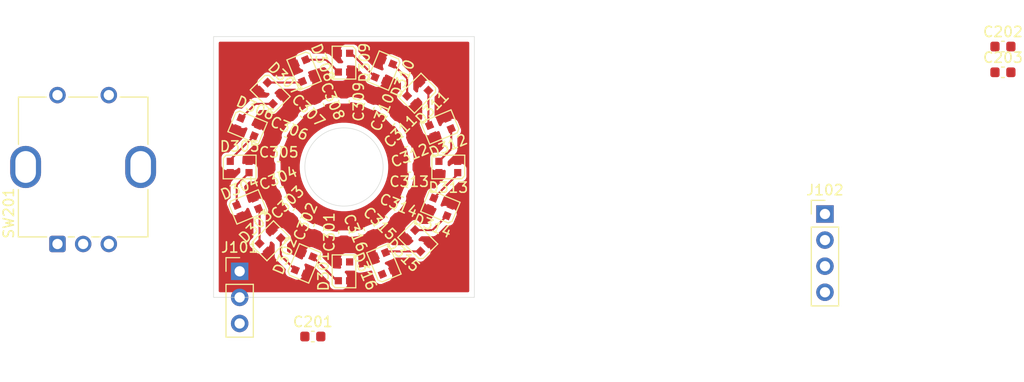
<source format=kicad_pcb>
(kicad_pcb (version 20241229) (generator "pcbnew") (generator_version "9.0")
  (layers (0 "F.Cu" signal) (2 "B.Cu" signal) (13 "F.Paste" user) (15 "B.Paste" user) (5 "F.SilkS" user "F.Silkscreen") (7 "B.SilkS" user "B.Silkscreen") (1 "F.Mask" user) (3 "B.Mask" user) (25 "Edge.Cuts" user))
  (net 0 "")
  (net 1 "/encoder/A")
  (net 2 "GND")
  (net 3 "/encoder/B")
  (net 4 "/encoder/SW")
  (net 5 "+5V")
  (net 6 "/ledRing/DIN")
  (net 7 "Net-(D301-DOUT)")
  (net 8 "Net-(D302-DOUT)")
  (net 9 "Net-(D303-DOUT)")
  (net 10 "Net-(D304-DOUT)")
  (net 11 "Net-(D305-DOUT)")
  (net 12 "Net-(D306-DOUT)")
  (net 13 "Net-(D307-DOUT)")
  (net 14 "Net-(D308-DOUT)")
  (net 15 "Net-(D309-DOUT)")
  (net 16 "Net-(D310-DOUT)")
  (net 17 "Net-(D311-DOUT)")
  (net 18 "Net-(D312-DOUT)")
  (net 19 "Net-(D313-DOUT)")
  (net 20 "Net-(D314-DOUT)")
  (net 21 "Net-(D315-DOUT)")
  (net 22 "/ledRing/DOUT")
  (footprint "Capacitor_SMD:C_0603_1608Metric" (layer "F.Cu") (at 70.333365 73.769961 -22.5)
    (property "Reference" "C306" (at 0 -1.43 337.5) (layer "F.SilkS"))
    (property "Value" "100n")
    (fp_line (start -0.14058 0.51) (end 0.14058 0.51) (stroke (width 0.12)) (layer "F.SilkS"))
    (fp_line (start -0.14058 -0.51) (end 0.14058 -0.51) (stroke (width 0.12)) (layer "F.SilkS"))
    (pad "1" smd roundrect (at -0.775 0 337.5) (size 0.9 0.95) (layers "F.Cu" "F.Mask" "F.Paste") (net 5 "+5V"))
    (pad "2" smd roundrect (at 0.775 0 337.5) (size 0.9 0.95) (layers "F.Cu" "F.Mask" "F.Paste") (net 2 "GND"))
  )
  (footprint "LED_SMD:LED_WS2812B-2020_PLCC4_2.0x2.0mm" (layer "F.Cu") (at 86.36 76.2 180)
    (property "Reference" "D313" (at 0 -2 180) (layer "F.SilkS"))
    (property "Value" "WS2812B-2020")
    (fp_line (start 1.6 -1.15) (end 1.6 1.15) (stroke (width 0.12)) (layer "F.SilkS"))
    (fp_line (start -1.3 -1.15) (end 1.6 -1.15) (stroke (width 0.12)) (layer "F.SilkS"))
    (fp_line (start -1.3 -1.15) (end -1.6 -0.85) (stroke (width 0.12)) (layer "F.SilkS"))
    (fp_line (start -1.6 1.15) (end 1.6 1.15) (stroke (width 0.12)) (layer "F.SilkS"))
    (fp_line (start -1.6 1.15) (end -1.6 -0.85) (stroke (width 0.12)) (layer "F.SilkS"))
    (pad "1" smd rect (at -0.915 -0.55 180) (size 0.7 0.7) (layers "F.Cu" "F.Mask" "F.Paste") (net 19 "Net-(D313-DOUT)"))
    (pad "2" smd rect (at -0.915 0.55 180) (size 0.7 0.7) (layers "F.Cu" "F.Mask" "F.Paste") (net 2 "GND"))
    (pad "3" smd rect (at 0.915 0.55 180) (size 0.7 0.7) (layers "F.Cu" "F.Mask" "F.Paste") (net 18 "Net-(D312-DOUT)"))
    (pad "4" smd rect (at 0.915 -0.55 180) (size 0.7 0.7) (layers "F.Cu" "F.Mask" "F.Paste") (net 5 "+5V"))
  )
  (footprint "LED_SMD:LED_WS2812B-2020_PLCC4_2.0x2.0mm" (layer "F.Cu") (at 72.311937 85.586616 67.5)
    (property "Reference" "D302" (at 0 -2 67.5) (layer "F.SilkS"))
    (property "Value" "WS2812B-2020")
    (fp_line (start -1.3 -1.15) (end -1.6 -0.85) (stroke (width 0.12)) (layer "F.SilkS"))
    (fp_line (start -1.3 -1.15) (end 1.6 -1.15) (stroke (width 0.12)) (layer "F.SilkS"))
    (fp_line (start 1.6 -1.15) (end 1.6 1.15) (stroke (width 0.12)) (layer "F.SilkS"))
    (fp_line (start -1.6 1.15) (end -1.6 -0.85) (stroke (width 0.12)) (layer "F.SilkS"))
    (fp_line (start -1.6 1.15) (end 1.6 1.15) (stroke (width 0.12)) (layer "F.SilkS"))
    (pad "1" smd rect (at -0.915 -0.55 67.5) (size 0.7 0.7) (layers "F.Cu" "F.Mask" "F.Paste") (net 8 "Net-(D302-DOUT)"))
    (pad "2" smd rect (at -0.915 0.55 67.5) (size 0.7 0.7) (layers "F.Cu" "F.Mask" "F.Paste") (net 2 "GND"))
    (pad "3" smd rect (at 0.915 0.55 67.5) (size 0.7 0.7) (layers "F.Cu" "F.Mask" "F.Paste") (net 7 "Net-(D301-DOUT)"))
    (pad "4" smd rect (at 0.915 -0.55 67.5) (size 0.7 0.7) (layers "F.Cu" "F.Mask" "F.Paste") (net 5 "+5V"))
  )
  (footprint "LED_SMD:LED_WS2812B-2020_PLCC4_2.0x2.0mm" (layer "F.Cu") (at 85.586616 72.311937 -157.5)
    (property "Reference" "D312" (at 0 -2.000001 202.5) (layer "F.SilkS"))
    (property "Value" "WS2812B-2020")
    (fp_line (start 1.6 -1.15) (end 1.600001 1.15) (stroke (width 0.12)) (layer "F.SilkS"))
    (fp_line (start -1.6 1.15) (end 1.600001 1.15) (stroke (width 0.12)) (layer "F.SilkS"))
    (fp_line (start -1.6 1.15) (end -1.6 -0.85) (stroke (width 0.12)) (layer "F.SilkS"))
    (fp_line (start -1.300001 -1.15) (end 1.6 -1.15) (stroke (width 0.12)) (layer "F.SilkS"))
    (fp_line (start -1.300001 -1.15) (end -1.6 -0.85) (stroke (width 0.12)) (layer "F.SilkS"))
    (pad "1" smd rect (at -0.915 -0.549999 202.5) (size 0.7 0.7) (layers "F.Cu" "F.Mask" "F.Paste") (net 18 "Net-(D312-DOUT)"))
    (pad "2" smd rect (at -0.915 0.55 202.5) (size 0.7 0.7) (layers "F.Cu" "F.Mask" "F.Paste") (net 2 "GND"))
    (pad "3" smd rect (at 0.915 0.549999 202.5) (size 0.7 0.7) (layers "F.Cu" "F.Mask" "F.Paste") (net 17 "Net-(D311-DOUT)"))
    (pad "4" smd rect (at 0.915 -0.55 202.5) (size 0.7 0.7) (layers "F.Cu" "F.Mask" "F.Paste") (net 5 "+5V"))
  )
  (footprint "Connector_PinHeader_2.54mm:PinHeader_1x03_P2.54mm_Vertical" (layer "F.Cu") (at 66.04 86.36)
    (property "Reference" "J101" (at 0 -2.33 0) (layer "F.SilkS"))
    (property "Value" "Conn_01x03")
    (fp_line (start -1.33 -1.33) (end 0 -1.33) (stroke (width 0.12)) (layer "F.SilkS"))
    (fp_line (start -1.33 0) (end -1.33 -1.33) (stroke (width 0.12)) (layer "F.SilkS"))
    (fp_line (start -1.33 1.27) (end -1.33 6.41) (stroke (width 0.12)) (layer "F.SilkS"))
    (fp_line (start -1.33 1.27) (end 1.33 1.27) (stroke (width 0.12)) (layer "F.SilkS"))
    (fp_line (start -1.33 6.41) (end 1.33 6.41) (stroke (width 0.12)) (layer "F.SilkS"))
    (fp_line (start 1.33 1.27) (end 1.33 6.41) (stroke (width 0.12)) (layer "F.SilkS"))
    (pad "1" thru_hole rect (at 0 0) (size 1.7 1.7) (drill 1) (layers "*.Cu" "*.Mask") (net 2 "GND"))
    (pad "2" thru_hole oval (at 0 2.54) (size 1.7 1.7) (drill 1) (layers "*.Cu" "*.Mask") (net 6 "/ledRing/DIN"))
    (pad "3" thru_hole oval (at 0 5.08) (size 1.7 1.7) (drill 1) (layers "*.Cu" "*.Mask") (net 5 "+5V"))
  )
  (footprint "LED_SMD:LED_WS2812B-2020_PLCC4_2.0x2.0mm" (layer "F.Cu") (at 83.384204 83.384204 135)
    (property "Reference" "D315" (at -0.000001 -2 135) (layer "F.SilkS"))
    (property "Value" "WS2812B-2020")
    (fp_line (start 1.6 -1.15) (end 1.6 1.15) (stroke (width 0.12)) (layer "F.SilkS"))
    (fp_line (start -1.3 -1.15) (end 1.6 -1.15) (stroke (width 0.12)) (layer "F.SilkS"))
    (fp_line (start -1.3 -1.15) (end -1.6 -0.85) (stroke (width 0.12)) (layer "F.SilkS"))
    (fp_line (start -1.6 1.15) (end 1.6 1.15) (stroke (width 0.12)) (layer "F.SilkS"))
    (fp_line (start -1.6 1.15) (end -1.6 -0.85) (stroke (width 0.12)) (layer "F.SilkS"))
    (pad "1" smd rect (at -0.915 -0.55 135) (size 0.7 0.7) (layers "F.Cu" "F.Mask" "F.Paste") (net 21 "Net-(D315-DOUT)"))
    (pad "2" smd rect (at -0.915 0.55 135) (size 0.7 0.7) (layers "F.Cu" "F.Mask" "F.Paste") (net 2 "GND"))
    (pad "3" smd rect (at 0.915 0.55 135) (size 0.7 0.7) (layers "F.Cu" "F.Mask" "F.Paste") (net 20 "Net-(D314-DOUT)"))
    (pad "4" smd rect (at 0.915 -0.55 135) (size 0.7 0.7) (layers "F.Cu" "F.Mask" "F.Paste") (net 5 "+5V"))
  )
  (footprint "Capacitor_SMD:C_0603_1608Metric" (layer "F.Cu") (at 82.55 76.2 180)
    (property "Reference" "C313" (at 0 -1.43 180) (layer "F.SilkS"))
    (property "Value" "100n")
    (fp_line (start -0.14058 0.51) (end 0.14058 0.51) (stroke (width 0.12)) (layer "F.SilkS"))
    (fp_line (start -0.14058 -0.51) (end 0.14058 -0.51) (stroke (width 0.12)) (layer "F.SilkS"))
    (pad "1" smd roundrect (at -0.775 0 180) (size 0.9 0.95) (layers "F.Cu" "F.Mask" "F.Paste") (net 5 "+5V"))
    (pad "2" smd roundrect (at 0.775 0 180) (size 0.9 0.95) (layers "F.Cu" "F.Mask" "F.Paste") (net 2 "GND"))
  )
  (footprint "LED_SMD:LED_WS2812B-2020_PLCC4_2.0x2.0mm" (layer "F.Cu") (at 69.015796 83.384204 45)
    (property "Reference" "D303" (at 0 -2.000001 45) (layer "F.SilkS"))
    (property "Value" "WS2812B-2020")
    (fp_line (start -1.3 -1.15) (end -1.6 -0.85) (stroke (width 0.12)) (layer "F.SilkS"))
    (fp_line (start -1.3 -1.15) (end 1.6 -1.15) (stroke (width 0.12)) (layer "F.SilkS"))
    (fp_line (start -1.6 1.15) (end -1.6 -0.85) (stroke (width 0.12)) (layer "F.SilkS"))
    (fp_line (start -1.6 1.15) (end 1.6 1.15) (stroke (width 0.12)) (layer "F.SilkS"))
    (fp_line (start 1.6 -1.15) (end 1.6 1.15) (stroke (width 0.12)) (layer "F.SilkS"))
    (pad "1" smd rect (at -0.915 -0.55 45) (size 0.7 0.7) (layers "F.Cu" "F.Mask" "F.Paste") (net 9 "Net-(D303-DOUT)"))
    (pad "2" smd rect (at -0.915 0.55 45) (size 0.7 0.7) (layers "F.Cu" "F.Mask" "F.Paste") (net 2 "GND"))
    (pad "3" smd rect (at 0.915 0.55 45) (size 0.7 0.7) (layers "F.Cu" "F.Mask" "F.Paste") (net 8 "Net-(D302-DOUT)"))
    (pad "4" smd rect (at 0.915 -0.55 45) (size 0.7 0.7) (layers "F.Cu" "F.Mask" "F.Paste") (net 5 "+5V"))
  )
  (footprint "Capacitor_SMD:C_0603_1608Metric" (layer "F.Cu") (at 70.333365 78.630039 22.5)
    (property "Reference" "C304" (at 0 -1.43 22.5) (layer "F.SilkS"))
    (property "Value" "100n")
    (fp_line (start -0.14058 -0.51) (end 0.14058 -0.51) (stroke (width 0.12)) (layer "F.SilkS"))
    (fp_line (start -0.14058 0.51) (end 0.14058 0.51) (stroke (width 0.12)) (layer "F.SilkS"))
    (pad "1" smd roundrect (at -0.775 0 22.5) (size 0.9 0.95) (layers "F.Cu" "F.Mask" "F.Paste") (net 5 "+5V"))
    (pad "2" smd roundrect (at 0.775 0 22.5) (size 0.9 0.95) (layers "F.Cu" "F.Mask" "F.Paste") (net 2 "GND"))
  )
  (footprint "Rotary_Encoder:RotaryEncoder_Bourns_Vertical_PEC12R-3x17F-Sxxxx" (layer "F.Cu") (at 48.3 83.7 90)
    (property "Reference" "SW201" (at 3 -4.75 90) (layer "F.SilkS"))
    (property "Value" "RotaryEncoder_Switch")
    (fp_line (start 0.69 -3.81) (end 5.3 -3.81) (stroke (width 0.12)) (layer "F.SilkS"))
    (fp_line (start 14.31 -3.8) (end 14.31 -1.1) (stroke (width 0.12)) (layer "F.SilkS"))
    (fp_line (start 9.7 -3.8) (end 14.31 -3.8) (stroke (width 0.12)) (layer "F.SilkS"))
    (fp_line (start 0.69 -1.05) (end 0.69 -3.81) (stroke (width 0.12)) (layer "F.SilkS"))
    (fp_line (start 0.69 1.05) (end 0.69 1.65) (stroke (width 0.12)) (layer "F.SilkS"))
    (fp_line (start 14.31 1.1) (end 14.31 3.9) (stroke (width 0.12)) (layer "F.SilkS"))
    (fp_line (start 0.69 3.35) (end 0.69 4.15) (stroke (width 0.12)) (layer "F.SilkS"))
    (fp_line (start 0.69 5.85) (end 0.69 8.81) (stroke (width 0.12)) (layer "F.SilkS"))
    (fp_line (start 14.31 6.1) (end 14.31 8.81) (stroke (width 0.12)) (layer "F.SilkS"))
    (fp_line (start 14.31 8.81) (end 9.7 8.81) (stroke (width 0.12)) (layer "F.SilkS"))
    (fp_line (start 5.3 8.81) (end 0.69 8.81) (stroke (width 0.12)) (layer "F.SilkS"))
    (pad "A" thru_hole roundrect (at 0 0 90) (size 1.6 1.6) (drill 1) (layers "*.Cu" "*.Mask") (roundrect_rratio 0.15625) (net 1 "/encoder/A"))
    (pad "B" thru_hole circle (at 0 5 90) (size 1.6 1.6) (drill 1) (layers "*.Cu" "*.Mask") (net 3 "/encoder/B"))
    (pad "C" thru_hole circle (at 0 2.5 90) (size 1.6 1.6) (drill 1) (layers "*.Cu" "*.Mask") (net 2 "GND"))
    (pad "S1" thru_hole circle (at 14.5 0 90) (size 1.6 1.6) (drill 1) (layers "*.Cu" "*.Mask") (net 4 "/encoder/SW"))
    (pad "S2" thru_hole circle (at 14.5 5 90) (size 1.6 1.6) (drill 1) (layers "*.Cu" "*.Mask") (net 2 "GND"))
    (pad "SH" thru_hole oval (at 7.5 -3.1 90) (size 4.1 3) (drill oval 3.1 2) (layers "*.Cu" "*.Mask"))
    (pad "SH" thru_hole oval (at 7.5 8.1 90) (size 4.1 3) (drill oval 3.1 2) (layers "*.Cu" "*.Mask"))
  )
  (footprint "LED_SMD:LED_WS2812B-2020_PLCC4_2.0x2.0mm" (layer "F.Cu") (at 85.586616 80.088063 157.5)
    (property "Reference" "D314" (at 0 -2 157.5) (layer "F.SilkS"))
    (property "Value" "WS2812B-2020")
    (fp_line (start 1.6 -1.15) (end 1.6 1.15) (stroke (width 0.12)) (layer "F.SilkS"))
    (fp_line (start -1.3 -1.15) (end 1.6 -1.15) (stroke (width 0.12)) (layer "F.SilkS"))
    (fp_line (start -1.3 -1.15) (end -1.6 -0.85) (stroke (width 0.12)) (layer "F.SilkS"))
    (fp_line (start -1.6 1.15) (end 1.6 1.15) (stroke (width 0.12)) (layer "F.SilkS"))
    (fp_line (start -1.6 1.15) (end -1.6 -0.85) (stroke (width 0.12)) (layer "F.SilkS"))
    (pad "1" smd rect (at -0.915 -0.55 157.5) (size 0.7 0.7) (layers "F.Cu" "F.Mask" "F.Paste") (net 20 "Net-(D314-DOUT)"))
    (pad "2" smd rect (at -0.915 0.55 157.5) (size 0.7 0.7) (layers "F.Cu" "F.Mask" "F.Paste") (net 2 "GND"))
    (pad "3" smd rect (at 0.915 0.55 157.5) (size 0.7 0.7) (layers "F.Cu" "F.Mask" "F.Paste") (net 19 "Net-(D313-DOUT)"))
    (pad "4" smd rect (at 0.915 -0.55 157.5) (size 0.7 0.7) (layers "F.Cu" "F.Mask" "F.Paste") (net 5 "+5V"))
  )
  (footprint "LED_SMD:LED_WS2812B-2020_PLCC4_2.0x2.0mm" (layer "F.Cu") (at 72.311937 66.813384 -67.5)
    (property "Reference" "D308" (at 0 -2.000001 292.5) (layer "F.SilkS"))
    (property "Value" "WS2812B-2020")
    (fp_line (start -1.6 1.15) (end 1.600001 1.15) (stroke (width 0.12)) (layer "F.SilkS"))
    (fp_line (start -1.6 1.15) (end -1.6 -0.85) (stroke (width 0.12)) (layer "F.SilkS"))
    (fp_line (start -1.300001 -1.15) (end -1.6 -0.85) (stroke (width 0.12)) (layer "F.SilkS"))
    (fp_line (start -1.300001 -1.15) (end 1.6 -1.15) (stroke (width 0.12)) (layer "F.SilkS"))
    (fp_line (start 1.6 -1.15) (end 1.600001 1.15) (stroke (width 0.12)) (layer "F.SilkS"))
    (pad "1" smd rect (at -0.915 -0.549999 292.5) (size 0.7 0.7) (layers "F.Cu" "F.Mask" "F.Paste") (net 14 "Net-(D308-DOUT)"))
    (pad "2" smd rect (at -0.915 0.55 292.5) (size 0.7 0.7) (layers "F.Cu" "F.Mask" "F.Paste") (net 2 "GND"))
    (pad "3" smd rect (at 0.915 0.549999 292.5) (size 0.7 0.7) (layers "F.Cu" "F.Mask" "F.Paste") (net 13 "Net-(D307-DOUT)"))
    (pad "4" smd rect (at 0.915 -0.55 292.5) (size 0.7 0.7) (layers "F.Cu" "F.Mask" "F.Paste") (net 5 "+5V"))
  )
  (footprint "Capacitor_SMD:C_0603_1608Metric" (layer "F.Cu") (at 71.709872 71.709872 -45)
    (property "Reference" "C307" (at 0 -1.43 315) (layer "F.SilkS"))
    (property "Value" "100n")
    (fp_line (start -0.140581 0.51) (end 0.140581 0.51) (stroke (width 0.12)) (layer "F.SilkS"))
    (fp_line (start -0.140581 -0.51) (end 0.140581 -0.51) (stroke (width 0.12)) (layer "F.SilkS"))
    (pad "1" smd roundrect (at -0.775 0 315) (size 0.9 0.95) (layers "F.Cu" "F.Mask" "F.Paste") (net 5 "+5V"))
    (pad "2" smd roundrect (at 0.775 0 315) (size 0.9 0.95) (layers "F.Cu" "F.Mask" "F.Paste") (net 2 "GND"))
  )
  (footprint "Capacitor_SMD:C_0603_1608Metric" (layer "F.Cu") (at 80.690128 80.690128 135)
    (property "Reference" "C315" (at 0 -1.43 135) (layer "F.SilkS"))
    (property "Value" "100n")
    (fp_line (start -0.140581 -0.51) (end 0.140581 -0.51) (stroke (width 0.12)) (layer "F.SilkS"))
    (fp_line (start -0.140581 0.51) (end 0.140581 0.51) (stroke (width 0.12)) (layer "F.SilkS"))
    (pad "1" smd roundrect (at -0.775 0 135) (size 0.9 0.95) (layers "F.Cu" "F.Mask" "F.Paste") (net 5 "+5V"))
    (pad "2" smd roundrect (at 0.775 0 135) (size 0.9 0.95) (layers "F.Cu" "F.Mask" "F.Paste") (net 2 "GND"))
  )
  (footprint "LED_SMD:LED_WS2812B-2020_PLCC4_2.0x2.0mm" (layer "F.Cu") (at 76.2 86.36 90)
    (property "Reference" "D301" (at 0 -2 90) (layer "F.SilkS"))
    (property "Value" "WS2812B-2020")
    (fp_line (start 1.6 -1.15) (end 1.6 1.15) (stroke (width 0.12)) (layer "F.SilkS"))
    (fp_line (start -1.3 -1.15) (end 1.6 -1.15) (stroke (width 0.12)) (layer "F.SilkS"))
    (fp_line (start -1.3 -1.15) (end -1.6 -0.85) (stroke (width 0.12)) (layer "F.SilkS"))
    (fp_line (start -1.6 1.15) (end -1.6 -0.85) (stroke (width 0.12)) (layer "F.SilkS"))
    (fp_line (start -1.6 1.15) (end 1.6 1.15) (stroke (width 0.12)) (layer "F.SilkS"))
    (pad "1" smd rect (at -0.915 -0.55 90) (size 0.7 0.7) (layers "F.Cu" "F.Mask" "F.Paste") (net 7 "Net-(D301-DOUT)"))
    (pad "2" smd rect (at -0.915 0.55 90) (size 0.7 0.7) (layers "F.Cu" "F.Mask" "F.Paste") (net 2 "GND"))
    (pad "3" smd rect (at 0.915 0.55 90) (size 0.7 0.7) (layers "F.Cu" "F.Mask" "F.Paste") (net 6 "/ledRing/DIN"))
    (pad "4" smd rect (at 0.915 -0.55 90) (size 0.7 0.7) (layers "F.Cu" "F.Mask" "F.Paste") (net 5 "+5V"))
  )
  (footprint "Capacitor_SMD:C_0603_1608Metric" (layer "F.Cu") (at 73.769961 82.066635 67.5)
    (property "Reference" "C302" (at 0 -1.43 67.5) (layer "F.SilkS"))
    (property "Value" "100n")
    (fp_line (start -0.14058 -0.51) (end 0.14058 -0.51) (stroke (width 0.12)) (layer "F.SilkS"))
    (fp_line (start -0.14058 0.51) (end 0.14058 0.51) (stroke (width 0.12)) (layer "F.SilkS"))
    (pad "1" smd roundrect (at -0.775 0 67.5) (size 0.9 0.95) (layers "F.Cu" "F.Mask" "F.Paste") (net 5 "+5V"))
    (pad "2" smd roundrect (at 0.775 0 67.5) (size 0.9 0.95) (layers "F.Cu" "F.Mask" "F.Paste") (net 2 "GND"))
  )
  (footprint "LED_SMD:LED_WS2812B-2020_PLCC4_2.0x2.0mm" (layer "F.Cu") (at 83.384204 69.015796 -135)
    (property "Reference" "D311" (at 0 -2.000001 225) (layer "F.SilkS"))
    (property "Value" "WS2812B-2020")
    (fp_line (start 1.6 -1.15) (end 1.6 1.15) (stroke (width 0.12)) (layer "F.SilkS"))
    (fp_line (start -1.6 1.15) (end 1.6 1.15) (stroke (width 0.12)) (layer "F.SilkS"))
    (fp_line (start -1.6 1.15) (end -1.6 -0.85) (stroke (width 0.12)) (layer "F.SilkS"))
    (fp_line (start -1.3 -1.15) (end 1.6 -1.15) (stroke (width 0.12)) (layer "F.SilkS"))
    (fp_line (start -1.3 -1.15) (end -1.6 -0.85) (stroke (width 0.12)) (layer "F.SilkS"))
    (pad "1" smd rect (at -0.915 -0.55 225) (size 0.7 0.7) (layers "F.Cu" "F.Mask" "F.Paste") (net 17 "Net-(D311-DOUT)"))
    (pad "2" smd rect (at -0.915 0.55 225) (size 0.7 0.7) (layers "F.Cu" "F.Mask" "F.Paste") (net 2 "GND"))
    (pad "3" smd rect (at 0.915 0.55 225) (size 0.7 0.7) (layers "F.Cu" "F.Mask" "F.Paste") (net 16 "Net-(D310-DOUT)"))
    (pad "4" smd rect (at 0.915 -0.55 225) (size 0.7 0.7) (layers "F.Cu" "F.Mask" "F.Paste") (net 5 "+5V"))
  )
  (footprint "Capacitor_SMD:C_0603_1608Metric" (layer "F.Cu") (at 140.37 66.98)
    (property "Reference" "C203" (at 0 -1.43 0) (layer "F.SilkS"))
    (property "Value" "100n")
    (fp_line (start -0.14058 -0.51) (end 0.14058 -0.51) (stroke (width 0.12)) (layer "F.SilkS"))
    (fp_line (start -0.14058 0.51) (end 0.14058 0.51) (stroke (width 0.12)) (layer "F.SilkS"))
    (pad "1" smd roundrect (at -0.775 0) (size 0.9 0.95) (layers "F.Cu" "F.Mask" "F.Paste") (net 4 "/encoder/SW"))
    (pad "2" smd roundrect (at 0.775 0) (size 0.9 0.95) (layers "F.Cu" "F.Mask" "F.Paste") (net 2 "GND"))
  )
  (footprint "Capacitor_SMD:C_0603_1608Metric" (layer "F.Cu") (at 71.709872 80.690128 45)
    (property "Reference" "C303" (at 0 -1.43 45) (layer "F.SilkS"))
    (property "Value" "100n")
    (fp_line (start -0.140581 -0.51) (end 0.140581 -0.51) (stroke (width 0.12)) (layer "F.SilkS"))
    (fp_line (start -0.140581 0.51) (end 0.140581 0.51) (stroke (width 0.12)) (layer "F.SilkS"))
    (pad "1" smd roundrect (at -0.775 0 45) (size 0.9 0.95) (layers "F.Cu" "F.Mask" "F.Paste") (net 5 "+5V"))
    (pad "2" smd roundrect (at 0.775 0 45) (size 0.9 0.95) (layers "F.Cu" "F.Mask" "F.Paste") (net 2 "GND"))
  )
  (footprint "Capacitor_SMD:C_0603_1608Metric" (layer "F.Cu") (at 69.85 76.2)
    (property "Reference" "C305" (at 0 -1.43 0) (layer "F.SilkS"))
    (property "Value" "100n")
    (fp_line (start -0.14058 -0.51) (end 0.14058 -0.51) (stroke (width 0.12)) (layer "F.SilkS"))
    (fp_line (start -0.14058 0.51) (end 0.14058 0.51) (stroke (width 0.12)) (layer "F.SilkS"))
    (pad "1" smd roundrect (at -0.775 0) (size 0.9 0.95) (layers "F.Cu" "F.Mask" "F.Paste") (net 5 "+5V"))
    (pad "2" smd roundrect (at 0.775 0) (size 0.9 0.95) (layers "F.Cu" "F.Mask" "F.Paste") (net 2 "GND"))
  )
  (footprint "Capacitor_SMD:C_0603_1608Metric" (layer "F.Cu") (at 78.630039 82.066635 112.5)
    (property "Reference" "C316" (at 0 -1.43 112.5) (layer "F.SilkS"))
    (property "Value" "100n")
    (fp_line (start -0.14058 -0.51) (end 0.14058 -0.51) (stroke (width 0.12)) (layer "F.SilkS"))
    (fp_line (start -0.14058 0.51) (end 0.14058 0.51) (stroke (width 0.12)) (layer "F.SilkS"))
    (pad "1" smd roundrect (at -0.775 0 112.5) (size 0.9 0.95) (layers "F.Cu" "F.Mask" "F.Paste") (net 5 "+5V"))
    (pad "2" smd roundrect (at 0.775 0 112.5) (size 0.9 0.95) (layers "F.Cu" "F.Mask" "F.Paste") (net 2 "GND"))
  )
  (footprint "Capacitor_SMD:C_0603_1608Metric" (layer "F.Cu") (at 73.769961 70.333365 -67.5)
    (property "Reference" "C308" (at 0 -1.43 292.5) (layer "F.SilkS"))
    (property "Value" "100n")
    (fp_line (start -0.14058 0.51) (end 0.14058 0.51) (stroke (width 0.12)) (layer "F.SilkS"))
    (fp_line (start -0.14058 -0.51) (end 0.14058 -0.51) (stroke (width 0.12)) (layer "F.SilkS"))
    (pad "1" smd roundrect (at -0.775 0 292.5) (size 0.9 0.95) (layers "F.Cu" "F.Mask" "F.Paste") (net 5 "+5V"))
    (pad "2" smd roundrect (at 0.775 0 292.5) (size 0.9 0.95) (layers "F.Cu" "F.Mask" "F.Paste") (net 2 "GND"))
  )
  (footprint "LED_SMD:LED_WS2812B-2020_PLCC4_2.0x2.0mm" (layer "F.Cu") (at 66.04 76.2)
    (property "Reference" "D305" (at 0 -2 0) (layer "F.SilkS"))
    (property "Value" "WS2812B-2020")
    (fp_line (start -1.6 1.15) (end -1.6 -0.85) (stroke (width 0.12)) (layer "F.SilkS"))
    (fp_line (start -1.6 1.15) (end 1.6 1.15) (stroke (width 0.12)) (layer "F.SilkS"))
    (fp_line (start -1.3 -1.15) (end -1.6 -0.85) (stroke (width 0.12)) (layer "F.SilkS"))
    (fp_line (start -1.3 -1.15) (end 1.6 -1.15) (stroke (width 0.12)) (layer "F.SilkS"))
    (fp_line (start 1.6 -1.15) (end 1.6 1.15) (stroke (width 0.12)) (layer "F.SilkS"))
    (pad "1" smd rect (at -0.915 -0.55) (size 0.7 0.7) (layers "F.Cu" "F.Mask" "F.Paste") (net 11 "Net-(D305-DOUT)"))
    (pad "2" smd rect (at -0.915 0.55) (size 0.7 0.7) (layers "F.Cu" "F.Mask" "F.Paste") (net 2 "GND"))
    (pad "3" smd rect (at 0.915 0.55) (size 0.7 0.7) (layers "F.Cu" "F.Mask" "F.Paste") (net 10 "Net-(D304-DOUT)"))
    (pad "4" smd rect (at 0.915 -0.55) (size 0.7 0.7) (layers "F.Cu" "F.Mask" "F.Paste") (net 5 "+5V"))
  )
  (footprint "Capacitor_SMD:C_0603_1608Metric" (layer "F.Cu") (at 140.37 64.47)
    (property "Reference" "C202" (at 0 -1.43 0) (layer "F.SilkS"))
    (property "Value" "100n")
    (fp_line (start -0.14058 -0.51) (end 0.14058 -0.51) (stroke (width 0.12)) (layer "F.SilkS"))
    (fp_line (start -0.14058 0.51) (end 0.14058 0.51) (stroke (width 0.12)) (layer "F.SilkS"))
    (pad "1" smd roundrect (at -0.775 0) (size 0.9 0.95) (layers "F.Cu" "F.Mask" "F.Paste") (net 3 "/encoder/B"))
    (pad "2" smd roundrect (at 0.775 0) (size 0.9 0.95) (layers "F.Cu" "F.Mask" "F.Paste") (net 2 "GND"))
  )
  (footprint "Capacitor_SMD:C_0603_1608Metric" (layer "F.Cu") (at 76.2 69.85 -90)
    (property "Reference" "C309" (at 0 -1.43 270) (layer "F.SilkS"))
    (property "Value" "100n")
    (fp_line (start -0.14058 0.51) (end 0.14058 0.51) (stroke (width 0.12)) (layer "F.SilkS"))
    (fp_line (start -0.14058 -0.51) (end 0.14058 -0.51) (stroke (width 0.12)) (layer "F.SilkS"))
    (pad "1" smd roundrect (at -0.775 0 270) (size 0.9 0.95) (layers "F.Cu" "F.Mask" "F.Paste") (net 5 "+5V"))
    (pad "2" smd roundrect (at 0.775 0 270) (size 0.9 0.95) (layers "F.Cu" "F.Mask" "F.Paste") (net 2 "GND"))
  )
  (footprint "Capacitor_SMD:C_0603_1608Metric" (layer "F.Cu") (at 76.2 82.55 90)
    (property "Reference" "C301" (at 0 -1.43 90) (layer "F.SilkS"))
    (property "Value" "100n")
    (fp_line (start -0.14058 -0.51) (end 0.14058 -0.51) (stroke (width 0.12)) (layer "F.SilkS"))
    (fp_line (start -0.14058 0.51) (end 0.14058 0.51) (stroke (width 0.12)) (layer "F.SilkS"))
    (pad "1" smd roundrect (at -0.775 0 90) (size 0.9 0.95) (layers "F.Cu" "F.Mask" "F.Paste") (net 5 "+5V"))
    (pad "2" smd roundrect (at 0.775 0 90) (size 0.9 0.95) (layers "F.Cu" "F.Mask" "F.Paste") (net 2 "GND"))
  )
  (footprint "LED_SMD:LED_WS2812B-2020_PLCC4_2.0x2.0mm" (layer "F.Cu") (at 76.2 66.04 -90)
    (property "Reference" "D309" (at 0 -2.000001 270) (layer "F.SilkS"))
    (property "Value" "WS2812B-2020")
    (fp_line (start -1.6 1.15) (end 1.6 1.15) (stroke (width 0.12)) (layer "F.SilkS"))
    (fp_line (start -1.6 1.15) (end -1.6 -0.85) (stroke (width 0.12)) (layer "F.SilkS"))
    (fp_line (start -1.3 -1.15) (end -1.6 -0.85) (stroke (width 0.12)) (layer "F.SilkS"))
    (fp_line (start -1.3 -1.15) (end 1.6 -1.15) (stroke (width 0.12)) (layer "F.SilkS"))
    (fp_line (start 1.6 -1.15) (end 1.6 1.15) (stroke (width 0.12)) (layer "F.SilkS"))
    (pad "1" smd rect (at -0.915 -0.55 270) (size 0.7 0.7) (layers "F.Cu" "F.Mask" "F.Paste") (net 15 "Net-(D309-DOUT)"))
    (pad "2" smd rect (at -0.915 0.55 270) (size 0.7 0.7) (layers "F.Cu" "F.Mask" "F.Paste") (net 2 "GND"))
    (pad "3" smd rect (at 0.915 0.55 270) (size 0.7 0.7) (layers "F.Cu" "F.Mask" "F.Paste") (net 14 "Net-(D308-DOUT)"))
    (pad "4" smd rect (at 0.915 -0.55 270) (size 0.7 0.7) (layers "F.Cu" "F.Mask" "F.Paste") (net 5 "+5V"))
  )
  (footprint "LED_SMD:LED_WS2812B-2020_PLCC4_2.0x2.0mm" (layer "F.Cu") (at 80.088063 66.813384 -112.5)
    (property "Reference" "D310" (at 0 -2 247.5) (layer "F.SilkS"))
    (property "Value" "WS2812B-2020")
    (fp_line (start -1.6 1.15) (end 1.6 1.15) (stroke (width 0.12)) (layer "F.SilkS"))
    (fp_line (start -1.6 1.15) (end -1.6 -0.85) (stroke (width 0.12)) (layer "F.SilkS"))
    (fp_line (start 1.6 -1.15) (end 1.6 1.15) (stroke (width 0.12)) (layer "F.SilkS"))
    (fp_line (start -1.3 -1.15) (end 1.6 -1.15) (stroke (width 0.12)) (layer "F.SilkS"))
    (fp_line (start -1.3 -1.15) (end -1.6 -0.85) (stroke (width 0.12)) (layer "F.SilkS"))
    (pad "1" smd rect (at -0.915 -0.55 247.5) (size 0.7 0.7) (layers "F.Cu" "F.Mask" "F.Paste") (net 16 "Net-(D310-DOUT)"))
    (pad "2" smd rect (at -0.915 0.55 247.5) (size 0.7 0.7) (layers "F.Cu" "F.Mask" "F.Paste") (net 2 "GND"))
    (pad "3" smd rect (at 0.915 0.55 247.5) (size 0.7 0.7) (layers "F.Cu" "F.Mask" "F.Paste") (net 15 "Net-(D309-DOUT)"))
    (pad "4" smd rect (at 0.915 -0.55 247.5) (size 0.7 0.7) (layers "F.Cu" "F.Mask" "F.Paste") (net 5 "+5V"))
  )
  (footprint "Capacitor_SMD:C_0603_1608Metric" (layer "F.Cu") (at 80.690128 71.709872 -135)
    (property "Reference" "C311" (at 0 -1.43 225) (layer "F.SilkS"))
    (property "Value" "100n")
    (fp_line (start -0.140581 0.51) (end 0.140581 0.51) (stroke (width 0.12)) (layer "F.SilkS"))
    (fp_line (start -0.140581 -0.51) (end 0.140581 -0.51) (stroke (width 0.12)) (layer "F.SilkS"))
    (pad "1" smd roundrect (at -0.775 0 225) (size 0.9 0.95) (layers "F.Cu" "F.Mask" "F.Paste") (net 5 "+5V"))
    (pad "2" smd roundrect (at 0.775 0 225) (size 0.9 0.95) (layers "F.Cu" "F.Mask" "F.Paste") (net 2 "GND"))
  )
  (footprint "Capacitor_SMD:C_0603_1608Metric" (layer "F.Cu") (at 82.066635 78.630039 157.5)
    (property "Reference" "C314" (at 0 -1.43 157.5) (layer "F.SilkS"))
    (property "Value" "100n")
    (fp_line (start -0.14058 -0.51) (end 0.14058 -0.51) (stroke (width 0.12)) (layer "F.SilkS"))
    (fp_line (start -0.14058 0.51) (end 0.14058 0.51) (stroke (width 0.12)) (layer "F.SilkS"))
    (pad "1" smd roundrect (at -0.775 0 157.5) (size 0.9 0.95) (layers "F.Cu" "F.Mask" "F.Paste") (net 5 "+5V"))
    (pad "2" smd roundrect (at 0.775 0 157.5) (size 0.9 0.95) (layers "F.Cu" "F.Mask" "F.Paste") (net 2 "GND"))
  )
  (footprint "Capacitor_SMD:C_0603_1608Metric" (layer "F.Cu") (at 82.066635 73.769961 -157.5)
    (property "Reference" "C312" (at 0 -1.43 202.5) (layer "F.SilkS"))
    (property "Value" "100n")
    (fp_line (start -0.14058 0.51) (end 0.14058 0.51) (stroke (width 0.12)) (layer "F.SilkS"))
    (fp_line (start -0.14058 -0.51) (end 0.14058 -0.51) (stroke (width 0.12)) (layer "F.SilkS"))
    (pad "1" smd roundrect (at -0.775 0 202.5) (size 0.9 0.95) (layers "F.Cu" "F.Mask" "F.Paste") (net 5 "+5V"))
    (pad "2" smd roundrect (at 0.775 0 202.5) (size 0.9 0.95) (layers "F.Cu" "F.Mask" "F.Paste") (net 2 "GND"))
  )
  (footprint "Capacitor_SMD:C_0603_1608Metric" (layer "F.Cu") (at 73.165 92.71)
    (property "Reference" "C201" (at 0 -1.43 0) (layer "F.SilkS"))
    (property "Value" "100n")
    (fp_line (start -0.14058 -0.51) (end 0.14058 -0.51) (stroke (width 0.12)) (layer "F.SilkS"))
    (fp_line (start -0.14058 0.51) (end 0.14058 0.51) (stroke (width 0.12)) (layer "F.SilkS"))
    (pad "1" smd roundrect (at -0.775 0) (size 0.9 0.95) (layers "F.Cu" "F.Mask" "F.Paste") (net 1 "/encoder/A"))
    (pad "2" smd roundrect (at 0.775 0) (size 0.9 0.95) (layers "F.Cu" "F.Mask" "F.Paste") (net 2 "GND"))
  )
  (footprint "LED_SMD:LED_WS2812B-2020_PLCC4_2.0x2.0mm" (layer "F.Cu") (at 66.813384 72.311937 -22.5)
    (property "Reference" "D306" (at 0 -2 337.5) (layer "F.SilkS"))
    (property "Value" "WS2812B-2020")
    (fp_line (start -1.6 1.15) (end -1.6 -0.85) (stroke (width 0.12)) (layer "F.SilkS"))
    (fp_line (start -1.6 1.15) (end 1.6 1.15) (stroke (width 0.12)) (layer "F.SilkS"))
    (fp_line (start -1.3 -1.15) (end -1.6 -0.85) (stroke (width 0.12)) (layer "F.SilkS"))
    (fp_line (start -1.3 -1.15) (end 1.6 -1.15) (stroke (width 0.12)) (layer "F.SilkS"))
    (fp_line (start 1.6 -1.15) (end 1.6 1.15) (stroke (width 0.12)) (layer "F.SilkS"))
    (pad "1" smd rect (at -0.915 -0.55 337.5) (size 0.7 0.7) (layers "F.Cu" "F.Mask" "F.Paste") (net 12 "Net-(D306-DOUT)"))
    (pad "2" smd rect (at -0.915 0.55 337.5) (size 0.7 0.7) (layers "F.Cu" "F.Mask" "F.Paste") (net 2 "GND"))
    (pad "3" smd rect (at 0.915 0.55 337.5) (size 0.7 0.7) (layers "F.Cu" "F.Mask" "F.Paste") (net 11 "Net-(D305-DOUT)"))
    (pad "4" smd rect (at 0.915 -0.55 337.5) (size 0.7 0.7) (layers "F.Cu" "F.Mask" "F.Paste") (net 5 "+5V"))
  )
  (footprint "Connector_PinHeader_2.54mm:PinHeader_1x04_P2.54mm_Vertical" (layer "F.Cu") (at 123.04 80.78)
    (property "Reference" "J102" (at 0 -2.33 0) (layer "F.SilkS"))
    (property "Value" "Conn_01x04")
    (fp_line (start -1.33 -1.33) (end 0 -1.33) (stroke (width 0.12)) (layer "F.SilkS"))
    (fp_line (start -1.33 0) (end -1.33 -1.33) (stroke (width 0.12)) (layer "F.SilkS"))
    (fp_line (start -1.33 1.27) (end -1.33 8.95) (stroke (width 0.12)) (layer "F.SilkS"))
    (fp_line (start -1.33 1.27) (end 1.33 1.27) (stroke (width 0.12)) (layer "F.SilkS"))
    (fp_line (start -1.33 8.95) (end 1.33 8.95) (stroke (width 0.12)) (layer "F.SilkS"))
    (fp_line (start 1.33 1.27) (end 1.33 8.95) (stroke (width 0.12)) (layer "F.SilkS"))
    (pad "1" thru_hole rect (at 0 0) (size 1.7 1.7) (drill 1) (layers "*.Cu" "*.Mask") (net 2 "GND"))
    (pad "2" thru_hole oval (at 0 2.54) (size 1.7 1.7) (drill 1) (layers "*.Cu" "*.Mask") (net 1 "/encoder/A"))
    (pad "3" thru_hole oval (at 0 5.08) (size 1.7 1.7) (drill 1) (layers "*.Cu" "*.Mask") (net 3 "/encoder/B"))
    (pad "4" thru_hole oval (at 0 7.62) (size 1.7 1.7) (drill 1) (layers "*.Cu" "*.Mask") (net 4 "/encoder/SW"))
  )
  (footprint "Capacitor_SMD:C_0603_1608Metric" (layer "F.Cu") (at 78.630039 70.333365 -112.5)
    (property "Reference" "C310" (at 0 -1.43 247.5) (layer "F.SilkS"))
    (property "Value" "100n")
    (fp_line (start -0.14058 0.51) (end 0.14058 0.51) (stroke (width 0.12)) (layer "F.SilkS"))
    (fp_line (start -0.14058 -0.51) (end 0.14058 -0.51) (stroke (width 0.12)) (layer "F.SilkS"))
    (pad "1" smd roundrect (at -0.775 0 247.5) (size 0.9 0.95) (layers "F.Cu" "F.Mask" "F.Paste") (net 5 "+5V"))
    (pad "2" smd roundrect (at 0.775 0 247.5) (size 0.9 0.95) (layers "F.Cu" "F.Mask" "F.Paste") (net 2 "GND"))
  )
  (footprint "LED_SMD:LED_WS2812B-2020_PLCC4_2.0x2.0mm" (layer "F.Cu") (at 66.813384 80.088063 22.5)
    (property "Reference" "D304" (at 0 -2 22.5) (layer "F.SilkS"))
    (property "Value" "WS2812B-2020")
    (fp_line (start -1.3 -1.15) (end -1.6 -0.85) (stroke (width 0.12)) (layer "F.SilkS"))
    (fp_line (start -1.3 -1.15) (end 1.6 -1.15) (stroke (width 0.12)) (layer "F.SilkS"))
    (fp_line (start -1.6 1.15) (end -1.6 -0.85) (stroke (width 0.12)) (layer "F.SilkS"))
    (fp_line (start -1.6 1.15) (end 1.6 1.15) (stroke (width 0.12)) (layer "F.SilkS"))
    (fp_line (start 1.6 -1.15) (end 1.6 1.15) (stroke (width 0.12)) (layer "F.SilkS"))
    (pad "1" smd rect (at -0.915 -0.55 22.5) (size 0.7 0.7) (layers "F.Cu" "F.Mask" "F.Paste") (net 10 "Net-(D304-DOUT)"))
    (pad "2" smd rect (at -0.915 0.55 22.5) (size 0.7 0.7) (layers "F.Cu" "F.Mask" "F.Paste") (net 2 "GND"))
    (pad "3" smd rect (at 0.915 0.55 22.5) (size 0.7 0.7) (layers "F.Cu" "F.Mask" "F.Paste") (net 9 "Net-(D303-DOUT)"))
    (pad "4" smd rect (at 0.915 -0.55 22.5) (size 0.7 0.7) (layers "F.Cu" "F.Mask" "F.Paste") (net 5 "+5V"))
  )
  (footprint "LED_SMD:LED_WS2812B-2020_PLCC4_2.0x2.0mm" (layer "F.Cu") (at 80.088063 85.586616 112.5)
    (property "Reference" "D316" (at 0 -2.000001 112.5) (layer "F.SilkS"))
    (property "Value" "WS2812B-2020")
    (fp_line (start 1.6 -1.15) (end 1.600001 1.15) (stroke (width 0.12)) (layer "F.SilkS"))
    (fp_line (start -1.300001 -1.15) (end 1.6 -1.15) (stroke (width 0.12)) (layer "F.SilkS"))
    (fp_line (start -1.300001 -1.15) (end -1.6 -0.85) (stroke (width 0.12)) (layer "F.SilkS"))
    (fp_line (start -1.6 1.15) (end -1.6 -0.85) (stroke (width 0.12)) (layer "F.SilkS"))
    (fp_line (start -1.6 1.15) (end 1.600001 1.15) (stroke (width 0.12)) (layer "F.SilkS"))
    (pad "1" smd rect (at -0.915 -0.549999 112.5) (size 0.7 0.7) (layers "F.Cu" "F.Mask" "F.Paste") (net 22 "/ledRing/DOUT"))
    (pad "2" smd rect (at -0.915 0.55 112.5) (size 0.7 0.7) (layers "F.Cu" "F.Mask" "F.Paste") (net 2 "GND"))
    (pad "3" smd rect (at 0.915 0.549999 112.5) (size 0.7 0.7) (layers "F.Cu" "F.Mask" "F.Paste") (net 21 "Net-(D315-DOUT)"))
    (pad "4" smd rect (at 0.915 -0.55 112.5) (size 0.7 0.7) (layers "F.Cu" "F.Mask" "F.Paste") (net 5 "+5V"))
  )
  (footprint "LED_SMD:LED_WS2812B-2020_PLCC4_2.0x2.0mm" (layer "F.Cu") (at 69.015796 69.015796 -45)
    (property "Reference" "D307" (at -0.000001 -2 315) (layer "F.SilkS"))
    (property "Value" "WS2812B-2020")
    (fp_line (start -1.6 1.15) (end -1.6 -0.85) (stroke (width 0.12)) (layer "F.SilkS"))
    (fp_line (start -1.6 1.15) (end 1.6 1.15) (stroke (width 0.12)) (layer "F.SilkS"))
    (fp_line (start -1.3 -1.15) (end -1.6 -0.85) (stroke (width 0.12)) (layer "F.SilkS"))
    (fp_line (start -1.3 -1.15) (end 1.6 -1.15) (stroke (width 0.12)) (layer "F.SilkS"))
    (fp_line (start 1.6 -1.15) (end 1.6 1.15) (stroke (width 0.12)) (layer "F.SilkS"))
    (pad "1" smd rect (at -0.915 -0.55 315) (size 0.7 0.7) (layers "F.Cu" "F.Mask" "F.Paste") (net 13 "Net-(D307-DOUT)"))
    (pad "2" smd rect (at -0.915 0.55 315) (size 0.7 0.7) (layers "F.Cu" "F.Mask" "F.Paste") (net 2 "GND"))
    (pad "3" smd rect (at 0.915 0.55 315) (size 0.7 0.7) (layers "F.Cu" "F.Mask" "F.Paste") (net 12 "Net-(D306-DOUT)"))
    (pad "4" smd rect (at 0.915 -0.55 315) (size 0.7 0.7) (layers "F.Cu" "F.Mask" "F.Paste") (net 5 "+5V"))
  )
  (gr_rect (start 63.5 63.5) (end 88.9 88.9) (stroke (width 0.05)) (fill no) (layer "Edge.Cuts"))
  (gr_circle (center 76.2 76.2) (end 76.2 80.01) (stroke (width 0.05)) (fill no) (layer "Edge.Cuts"))
  (segment (start 75.65 87.275) (end 75.493484 87.275) (width 0.2) (layer "F.Cu") (net 7))
  (segment (start 75.493484 87.275) (end 73.170226 84.951742) (width 0.2) (layer "F.Cu") (net 7))
  (segment (start 71.453648 86.22149) (end 70.051707 84.819549) (width 0.2) (layer "F.Cu") (net 8))
  (segment (start 70.051707 84.819549) (end 70.051707 83.12611) (width 0.2) (layer "F.Cu") (net 8))
  (segment (start 67.979885 83.642298) (end 67.979885 80.356716) (width 0.2) (layer "F.Cu") (net 9))
  (segment (start 67.979885 80.356716) (end 67.86921 80.246041) (width 0.2) (layer "F.Cu") (net 9))
  (segment (start 65.757558 79.930085) (end 65.757558 77.947442) (width 0.2) (layer "F.Cu") (net 10))
  (segment (start 65.757558 77.947442) (end 66.955 76.75) (width 0.2) (layer "F.Cu") (net 10))
  (segment (start 65.125 75.493484) (end 67.448258 73.170226) (width 0.2) (layer "F.Cu") (net 11))
  (segment (start 65.125 75.65) (end 65.125 75.493484) (width 0.2) (layer "F.Cu") (net 11))
  (segment (start 67.58045 70.051708) (end 69.27389 70.051708) (width 0.2) (layer "F.Cu") (net 12))
  (segment (start 66.17851 71.453648) (end 67.58045 70.051708) (width 0.2) (layer "F.Cu") (net 12))
  (segment (start 68.757702 67.979884) (end 72.043284 67.979884) (width 0.2) (layer "F.Cu") (net 13))
  (segment (start 72.043284 67.979884) (end 72.153959 67.869209) (width 0.2) (layer "F.Cu") (net 13))
  (segment (start 72.469915 65.757559) (end 74.452559 65.757559) (width 0.2) (layer "F.Cu") (net 14))
  (segment (start 74.452559 65.757559) (end 75.65 66.955) (width 0.2) (layer "F.Cu") (net 14))
  (segment (start 76.75 65.125) (end 76.906516 65.125) (width 0.2) (layer "F.Cu") (net 15))
  (segment (start 76.906516 65.125) (end 79.229774 67.448258) (width 0.2) (layer "F.Cu") (net 15))
  (segment (start 82.348293 67.580451) (end 82.348293 69.27389) (width 0.2) (layer "F.Cu") (net 16))
  (segment (start 80.946352 66.17851) (end 82.348293 67.580451) (width 0.2) (layer "F.Cu") (net 16))
  (segment (start 84.420115 68.757702) (end 84.420115 72.043283) (width 0.2) (layer "F.Cu") (net 17))
  (segment (start 84.420115 72.043283) (end 84.530791 72.153959) (width 0.2) (layer "F.Cu") (net 17))
  (segment (start 86.642441 72.469915) (end 86.642441 74.452559) (width 0.2) (layer "F.Cu") (net 18))
  (segment (start 86.642441 74.452559) (end 85.445 75.65) (width 0.2) (layer "F.Cu") (net 18))
  (segment (start 87.275 76.906516) (end 84.951742 79.229774) (width 0.2) (layer "F.Cu") (net 19))
  (segment (start 87.275 76.75) (end 87.275 76.906516) (width 0.2) (layer "F.Cu") (net 19))
  (segment (start 86.22149 80.946352) (end 84.81955 82.348292) (width 0.2) (layer "F.Cu") (net 20))
  (segment (start 84.81955 82.348292) (end 83.12611 82.348292) (width 0.2) (layer "F.Cu") (net 20))
  (segment (start 83.642298 84.420116) (end 80.356716 84.420116) (width 0.2) (layer "F.Cu") (net 21))
  (segment (start 80.356716 84.420116) (end 80.246041 84.530791) (width 0.2) (layer "F.Cu") (net 21))
  (zone (net 5) (net_name "+5V") (layer "F.Cu") (priority 2) (connect_pads yes (clearance 0.5)) (min_thickness 0.25) (fill yes (thermal_gap 0.5) (thermal_bridge_width 0.5))
    (polygon (pts (xy 86.114492 75.900416) (xy 86.078315 75.30234) (xy 86.006093 74.70754) (xy 85.89809 74.118186) (xy 85.754699 73.536428) (xy 85.576445 72.964389) (xy 85.363977 72.404157) (xy 85.11807 71.857775) (xy 84.839623 71.327237) (xy 84.52965 70.81448) (xy 84.189283 70.321374) (xy 83.819765 69.849718) (xy 83.422442 69.401234) (xy 82.998766 68.977558) (xy 82.550282 68.580235) (xy 82.078626 68.210717) (xy 81.58552 67.87035) (xy 81.072763 67.560377) (xy 80.542225 67.28193) (xy 79.995843 67.036023) (xy 79.435611 66.823555) (xy 78.863572 66.645301) (xy 78.281814 66.50191) (xy 77.69246 66.393907) (xy 77.09766 66.321685) (xy 76.499584 66.285508) (xy 75.900416 66.285508) (xy 75.30234 66.321685) (xy 74.70754 66.393907) (xy 74.118186 66.50191) (xy 73.536428 66.645301) (xy 72.964389 66.823555) (xy 72.404157 67.036023) (xy 71.857775 67.28193) (xy 71.327237 67.560377) (xy 70.81448 67.87035) (xy 70.321374 68.210717) (xy 69.849718 68.580235) (xy 69.401234 68.977558) (xy 68.977558 69.401234) (xy 68.580235 69.849718) (xy 68.210717 70.321374) (xy 67.87035 70.81448) (xy 67.560377 71.327237) (xy 67.28193 71.857775) (xy 67.036023 72.404157) (xy 66.823555 72.964389) (xy 66.645301 73.536428) (xy 66.50191 74.118186) (xy 66.393907 74.70754) (xy 66.321685 75.30234) (xy 66.285508 75.900416) (xy 66.285508 76.499584) (xy 66.321685 77.09766) (xy 66.393907 77.69246) (xy 66.50191 78.281814) (xy 66.645301 78.863572) (xy 66.823555 79.435611) (xy 67.036023 79.995843) (xy 67.28193 80.542225) (xy 67.560377 81.072763) (xy 67.87035 81.58552) (xy 68.210717 82.078626) (xy 68.580235 82.550282) (xy 68.977558 82.998766) (xy 69.401234 83.422442) (xy 69.849718 83.819765) (xy 70.321374 84.189283) (xy 70.81448 84.52965) (xy 71.327237 84.839623) (xy 71.857775 85.11807) (xy 72.404157 85.363977) (xy 72.964389 85.576445) (xy 73.536428 85.754699) (xy 74.118186 85.89809) (xy 74.70754 86.006093) (xy 75.30234 86.078315) (xy 75.900416 86.114492) (xy 76.499584 86.114492) (xy 77.09766 86.078315) (xy 77.69246 86.006093) (xy 78.281814 85.89809) (xy 78.863572 85.754699) (xy 79.435611 85.576445) (xy 79.995843 85.363977) (xy 80.542225 85.11807) (xy 81.072763 84.839623) (xy 81.58552 84.52965) (xy 82.078626 84.189283) (xy 82.550282 83.819765) (xy 82.998766 83.422442) (xy 83.422442 82.998766) (xy 83.819765 82.550282) (xy 84.189283 82.078626) (xy 84.52965 81.58552) (xy 84.839623 81.072763) (xy 85.11807 80.542225) (xy 85.363977 79.995843) (xy 85.576445 79.435611) (xy 85.754699 78.863572) (xy 85.89809 78.281814) (xy 86.006093 77.69246) (xy 86.078315 77.09766) (xy 86.114492 76.499584) (xy 86.114492 75.900416)))
  )
  (zone (net 2) (net_name "GND") (layer "F.Cu") (priority 3) (connect_pads yes (clearance 0.5)) (min_thickness 0.25) (fill yes (thermal_gap 0.5) (thermal_bridge_width 0.5))
    (polygon (pts (xy 82.545104 75.9507) (xy 82.505985 75.453638) (xy 82.427987 74.961176) (xy 82.311591 74.476353) (xy 82.157515 74.002157) (xy 81.966709 73.541511) (xy 81.74035 73.097255) (xy 81.479832 72.672129) (xy 81.186763 72.268753) (xy 80.862948 71.889615) (xy 80.510385 71.537052) (xy 80.131247 71.213237) (xy 79.727871 70.920168) (xy 79.302745 70.65965) (xy 78.858489 70.433291) (xy 78.397843 70.242485) (xy 77.923647 70.088409) (xy 77.438824 69.972013) (xy 76.946362 69.894015) (xy 76.4493 69.854896) (xy 75.9507 69.854896) (xy 75.453638 69.894015) (xy 74.961176 69.972013) (xy 74.476353 70.088409) (xy 74.002157 70.242485) (xy 73.541511 70.433291) (xy 73.097255 70.65965) (xy 72.672129 70.920168) (xy 72.268753 71.213237) (xy 71.889615 71.537052) (xy 71.537052 71.889615) (xy 71.213237 72.268753) (xy 70.920168 72.672129) (xy 70.65965 73.097255) (xy 70.433291 73.541511) (xy 70.242485 74.002157) (xy 70.088409 74.476353) (xy 69.972013 74.961176) (xy 69.894015 75.453638) (xy 69.854896 75.9507) (xy 69.854896 76.4493) (xy 69.894015 76.946362) (xy 69.972013 77.438824) (xy 70.088409 77.923647) (xy 70.242485 78.397843) (xy 70.433291 78.858489) (xy 70.65965 79.302745) (xy 70.920168 79.727871) (xy 71.213237 80.131247) (xy 71.537052 80.510385) (xy 71.889615 80.862948) (xy 72.268753 81.186763) (xy 72.672129 81.479832) (xy 73.097255 81.74035) (xy 73.541511 81.966709) (xy 74.002157 82.157515) (xy 74.476353 82.311591) (xy 74.961176 82.427987) (xy 75.453638 82.505985) (xy 75.9507 82.545104) (xy 76.4493 82.545104) (xy 76.946362 82.505985) (xy 77.438824 82.427987) (xy 77.923647 82.311591) (xy 78.397843 82.157515) (xy 78.858489 81.966709) (xy 79.302745 81.74035) (xy 79.727871 81.479832) (xy 80.131247 81.186763) (xy 80.510385 80.862948) (xy 80.862948 80.510385) (xy 81.186763 80.131247) (xy 81.479832 79.727871) (xy 81.74035 79.302745) (xy 81.966709 78.858489) (xy 82.157515 78.397843) (xy 82.311591 77.923647) (xy 82.427987 77.438824) (xy 82.505985 76.946362) (xy 82.545104 76.4493) (xy 82.545104 75.9507)))
  )
  (zone (net 2) (net_name "GND") (layer "F.Cu") (priority 1) (connect_pads yes (clearance 0.5)) (min_thickness 0.25) (fill yes (thermal_gap 0.5) (thermal_bridge_width 0.5))
    (polygon (pts (xy 62.23 90.17) (xy 90.17 90.17) (xy 90.17 62.23) (xy 62.23 62.23)))
  )
)
</source>
